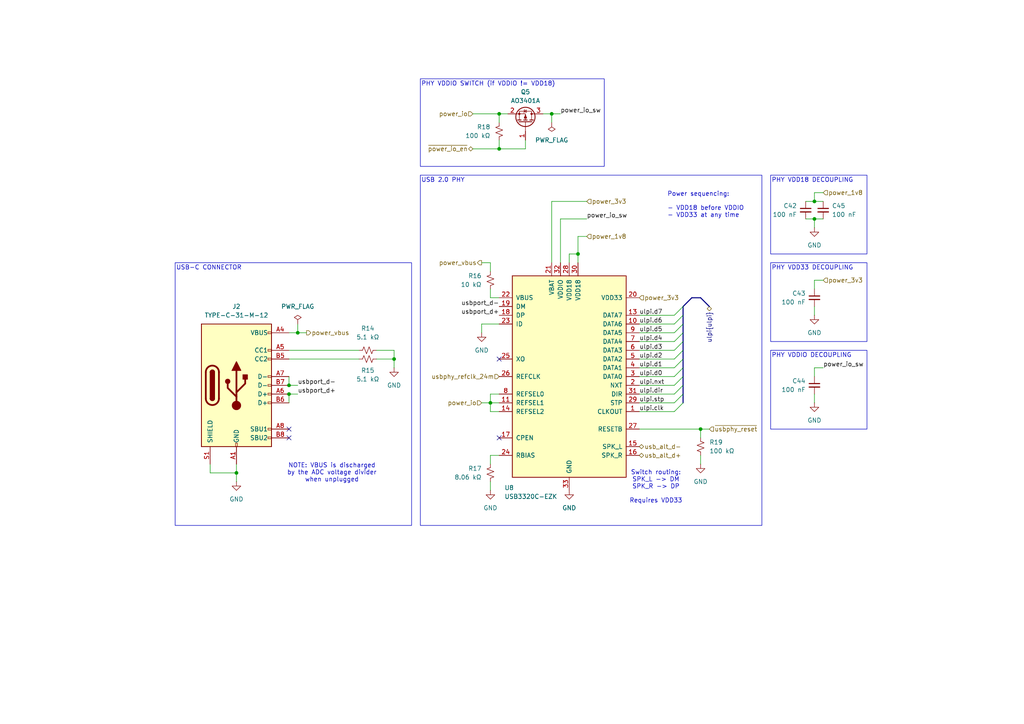
<source format=kicad_sch>
(kicad_sch (version 20250114) (generator "eeschema") (generator_version "9.0")
  (paper "A4")
  (title_block (title "USB 2.0 connector & HS PHY") (date "2024-11-14") (rev "Rev1.1") (comment 1 "Author: Aidan MacDonald") (comment 2 "Status: Development"))
  (lib_symbols
    (symbol "Connector:USB_C_Receptacle_USB2.0_16P" (pin_names (offset 1.016))
      (property "Reference" "J" (at 0 22.225 0))
      (property "Value" "USB_C_Receptacle_USB2.0_16P" (at 0 19.685 0))
      (symbol "USB_C_Receptacle_USB2.0_16P_0_0"
        (rectangle (start -0.254 -17.78) (end 0.254 -16.764))
        (rectangle (start 10.16 15.494) (end 9.144 14.986))
        (rectangle (start 10.16 10.414) (end 9.144 9.906))
        (rectangle (start 10.16 7.874) (end 9.144 7.366))
        (rectangle (start 10.16 2.794) (end 9.144 2.286))
        (rectangle (start 10.16 0.254) (end 9.144 -0.254))
        (rectangle (start 10.16 -2.286) (end 9.144 -2.794))
        (rectangle (start 10.16 -4.826) (end 9.144 -5.334))
        (rectangle (start 10.16 -12.446) (end 9.144 -12.954))
        (rectangle (start 10.16 -14.986) (end 9.144 -15.494))
      )
      (symbol "USB_C_Receptacle_USB2.0_16P_0_1"
        (rectangle (start -10.16 17.78) (end 10.16 -17.78) (stroke (width 0.254)) (fill (type background)))
        (polyline (pts (xy -8.89 -3.81) (xy -8.89 3.81)) (stroke (width 0.508)))
        (rectangle (start -7.62 -3.81) (end -6.35 3.81) (stroke (width 0.254)) (fill (type outline)))
        (arc (start -7.62 3.81) (mid -6.985 4.4423) (end -6.35 3.81) (stroke (width 0.254)))
        (arc (start -7.62 3.81) (mid -6.985 4.4423) (end -6.35 3.81) (stroke (width 0.254)) (fill (type outline)))
        (arc (start -8.89 3.81) (mid -6.985 5.7067) (end -5.08 3.81) (stroke (width 0.508)))
        (arc (start -5.08 -3.81) (mid -6.985 -5.7067) (end -8.89 -3.81) (stroke (width 0.508)))
        (arc (start -6.35 -3.81) (mid -6.985 -4.4423) (end -7.62 -3.81) (stroke (width 0.254)))
        (arc (start -6.35 -3.81) (mid -6.985 -4.4423) (end -7.62 -3.81) (stroke (width 0.254)) (fill (type outline)))
        (polyline (pts (xy -5.08 3.81) (xy -5.08 -3.81)) (stroke (width 0.508)))
        (circle (center -2.54 1.143) (radius 0.635) (stroke (width 0.254)) (fill (type outline)))
        (polyline (pts (xy -1.27 4.318) (xy 0 6.858) (xy 1.27 4.318) (xy -1.27 4.318)) (stroke (width 0.254)) (fill (type outline)))
        (polyline (pts (xy 0 -2.032) (xy 2.54 0.508) (xy 2.54 1.778)) (stroke (width 0.508)))
        (polyline (pts (xy 0 -3.302) (xy -2.54 -0.762) (xy -2.54 0.508)) (stroke (width 0.508)))
        (polyline (pts (xy 0 -5.842) (xy 0 4.318)) (stroke (width 0.508)))
        (circle (center 0 -5.842) (radius 1.27) (fill (type outline)))
        (rectangle (start 1.905 1.778) (end 3.175 3.048) (stroke (width 0.254)) (fill (type outline)))
      )
      (symbol "USB_C_Receptacle_USB2.0_16P_1_1"
        (pin passive line (at -7.62 -22.86 90) (length 5.08) (name "SHIELD") (number "S1"))
        (pin passive line (at 0 -22.86 90) (length 5.08) (name "GND") (number "A1"))
        (pin passive line (at 0 -22.86 90) (length 5.08) (hide yes) (name "GND") (number "A12"))
        (pin passive line (at 0 -22.86 90) (length 5.08) (hide yes) (name "GND") (number "B1"))
        (pin passive line (at 0 -22.86 90) (length 5.08) (hide yes) (name "GND") (number "B12"))
        (pin passive line (at 15.24 15.24 180) (length 5.08) (name "VBUS") (number "A4"))
        (pin passive line (at 15.24 15.24 180) (length 5.08) (hide yes) (name "VBUS") (number "A9"))
        (pin passive line (at 15.24 15.24 180) (length 5.08) (hide yes) (name "VBUS") (number "B4"))
        (pin passive line (at 15.24 15.24 180) (length 5.08) (hide yes) (name "VBUS") (number "B9"))
        (pin bidirectional line (at 15.24 10.16 180) (length 5.08) (name "CC1") (number "A5"))
        (pin bidirectional line (at 15.24 7.62 180) (length 5.08) (name "CC2") (number "B5"))
        (pin bidirectional line (at 15.24 2.54 180) (length 5.08) (name "D-") (number "A7"))
        (pin bidirectional line (at 15.24 0 180) (length 5.08) (name "D-") (number "B7"))
        (pin bidirectional line (at 15.24 -2.54 180) (length 5.08) (name "D+") (number "A6"))
        (pin bidirectional line (at 15.24 -5.08 180) (length 5.08) (name "D+") (number "B6"))
        (pin bidirectional line (at 15.24 -12.7 180) (length 5.08) (name "SBU1") (number "A8"))
        (pin bidirectional line (at 15.24 -15.24 180) (length 5.08) (name "SBU2") (number "B8"))
      )
    )
    (symbol "Device:C_Small" (pin_numbers (hide yes)) (pin_names (offset 0.254) (hide yes))
      (property "Reference" "C" (at 0.254 1.778 0))
      (property "Value" "C_Small" (at 0.254 -2.032 0))
      (symbol "C_Small_0_1"
        (polyline (pts (xy -1.524 0.508) (xy 1.524 0.508)) (stroke (width 0.3048)))
        (polyline (pts (xy -1.524 -0.508) (xy 1.524 -0.508)) (stroke (width 0.3302)))
      )
      (symbol "C_Small_1_1"
        (pin passive line (at 0 2.54 270) (length 2.032) (name "~") (number "1"))
        (pin passive line (at 0 -2.54 90) (length 2.032) (name "~") (number "2"))
      )
    )
    (symbol "Device:Q_PMOS_GSD" (pin_names (offset 0) (hide yes))
      (property "Reference" "Q" (at 5.08 1.27 0))
      (property "Value" "Q_PMOS_GSD" (at 5.08 -1.27 0))
      (symbol "Q_PMOS_GSD_0_1"
        (polyline (pts (xy 0.254 1.905) (xy 0.254 -1.905)) (stroke (width 0.254)))
        (polyline (pts (xy 0.254 0) (xy -2.54 0)))
        (polyline (pts (xy 0.762 2.286) (xy 0.762 1.27)) (stroke (width 0.254)))
        (polyline (pts (xy 0.762 1.778) (xy 3.302 1.778) (xy 3.302 -1.778) (xy 0.762 -1.778)))
        (polyline (pts (xy 0.762 0.508) (xy 0.762 -0.508)) (stroke (width 0.254)))
        (polyline (pts (xy 0.762 -1.27) (xy 0.762 -2.286)) (stroke (width 0.254)))
        (circle (center 1.651 0) (radius 2.794) (stroke (width 0.254)))
        (polyline (pts (xy 2.286 0) (xy 1.27 0.381) (xy 1.27 -0.381) (xy 2.286 0)) (fill (type outline)))
        (polyline (pts (xy 2.54 2.54) (xy 2.54 1.778)))
        (circle (center 2.54 1.778) (radius 0.254) (fill (type outline)))
        (circle (center 2.54 -1.778) (radius 0.254) (fill (type outline)))
        (polyline (pts (xy 2.54 -2.54) (xy 2.54 0) (xy 0.762 0)))
        (polyline (pts (xy 2.794 -0.508) (xy 2.921 -0.381) (xy 3.683 -0.381) (xy 3.81 -0.254)))
        (polyline (pts (xy 3.302 -0.381) (xy 2.921 0.254) (xy 3.683 0.254) (xy 3.302 -0.381)))
      )
      (symbol "Q_PMOS_GSD_1_1"
        (pin input line (at -5.08 0 0) (length 2.54) (name "G") (number "1"))
        (pin passive line (at 2.54 5.08 270) (length 2.54) (name "D") (number "3"))
        (pin passive line (at 2.54 -5.08 90) (length 2.54) (name "S") (number "2"))
      )
    )
    (symbol "Device:R_Small_US" (pin_numbers (hide yes)) (pin_names (offset 0.254) (hide yes))
      (property "Reference" "R" (at 0.762 0.508 0))
      (property "Value" "R_Small_US" (at 0.762 -1.016 0))
      (symbol "R_Small_US_1_1"
        (polyline (pts (xy 0 1.524) (xy 1.016 1.143) (xy 0 0.762) (xy -1.016 0.381) (xy 0 0)))
        (polyline (pts (xy 0 0) (xy 1.016 -0.381) (xy 0 -0.762) (xy -1.016 -1.143) (xy 0 -1.524)))
        (pin passive line (at 0 2.54 270) (length 1.016) (name "~") (number "1"))
        (pin passive line (at 0 -2.54 90) (length 1.016) (name "~") (number "2"))
      )
    )
    (symbol "echoplayer:USB3320C-EZK" (pin_names (offset 1.016))
      (property "Reference" "U8" (at -18.796 -32.258 0))
      (property "Value" "USB3320C-EZK" (at -18.796 -34.798 0))
      (symbol "USB3320C-EZK_0_1"
        (rectangle (start -16.51 29.21) (end 16.51 -29.21) (stroke (width 0.254)) (fill (type background)))
      )
      (symbol "USB3320C-EZK_1_1"
        (pin passive line (at -20.32 22.86 0) (length 3.81) (name "VBUS") (number "22"))
        (pin bidirectional line (at -20.32 20.32 0) (length 3.81) (name "DM") (number "19"))
        (pin bidirectional line (at -20.32 17.78 0) (length 3.81) (name "DP") (number "18"))
        (pin input line (at -20.32 15.24 0) (length 3.81) (name "ID") (number "23"))
        (pin output line (at -20.32 5.08 0) (length 3.81) (name "XO") (number "25"))
        (pin input line (at -20.32 0 0) (length 3.81) (name "REFCLK") (number "26"))
        (pin input line (at -20.32 -5.08 0) (length 3.81) (name "REFSEL0") (number "8"))
        (pin input line (at -20.32 -7.62 0) (length 3.81) (name "REFSEL1") (number "11"))
        (pin input line (at -20.32 -10.16 0) (length 3.81) (name "REFSEL2") (number "14"))
        (pin output line (at -20.32 -17.78 0) (length 3.81) (name "CPEN") (number "17"))
        (pin passive line (at -20.32 -22.86 0) (length 3.81) (name "RBIAS") (number "24"))
        (pin power_in line (at -5.08 33.02 270) (length 3.81) (name "VBAT") (number "21"))
        (pin power_in line (at -2.54 33.02 270) (length 3.81) (name "VDDIO") (number "32"))
        (pin no_connect line (at -2.54 -29.21 90) (length 3.81) (hide yes) (name "NC") (number "12"))
        (pin power_in line (at 0 33.02 270) (length 3.81) (name "VDD18") (number "28"))
        (pin power_in line (at 0 -33.02 90) (length 3.81) (name "GND") (number "33"))
        (pin power_in line (at 2.54 33.02 270) (length 3.81) (name "VDD18") (number "30"))
        (pin power_in line (at 20.32 22.86 180) (length 3.81) (name "VDD33") (number "20"))
        (pin bidirectional line (at 20.32 17.78 180) (length 3.81) (name "DATA7") (number "13"))
        (pin bidirectional line (at 20.32 15.24 180) (length 3.81) (name "DATA6") (number "10"))
        (pin bidirectional line (at 20.32 12.7 180) (length 3.81) (name "DATA5") (number "9"))
        (pin bidirectional line (at 20.32 10.16 180) (length 3.81) (name "DATA4") (number "7"))
        (pin bidirectional line (at 20.32 7.62 180) (length 3.81) (name "DATA3") (number "6"))
        (pin bidirectional line (at 20.32 5.08 180) (length 3.81) (name "DATA2") (number "5"))
        (pin bidirectional line (at 20.32 2.54 180) (length 3.81) (name "DATA1") (number "4"))
        (pin bidirectional line (at 20.32 0 180) (length 3.81) (name "DATA0") (number "3"))
        (pin output line (at 20.32 -2.54 180) (length 3.81) (name "NXT") (number "2"))
        (pin output line (at 20.32 -5.08 180) (length 3.81) (name "DIR") (number "31"))
        (pin input line (at 20.32 -7.62 180) (length 3.81) (name "STP") (number "29"))
        (pin output line (at 20.32 -10.16 180) (length 3.81) (name "CLKOUT") (number "1"))
        (pin input line (at 20.32 -15.24 180) (length 3.81) (name "RESETB") (number "27"))
        (pin passive line (at 20.32 -20.32 180) (length 3.81) (name "SPK_L") (number "15"))
        (pin passive line (at 20.32 -22.86 180) (length 3.81) (name "SPK_R") (number "16"))
      )
    )
    (symbol "power:GND" (power) (pin_numbers (hide yes)) (pin_names (offset 0) (hide yes))
      (property "Value" "GND" (at 0 -3.81 0))
      (symbol "GND_0_1"
        (polyline (pts (xy 0 0) (xy 0 -1.27) (xy 1.27 -1.27) (xy 0 -2.54) (xy -1.27 -1.27) (xy 0 -1.27)))
      )
      (symbol "GND_1_1"
        (pin power_in line (at 0 0 270) (length 0) (name "~") (number "1"))
      )
    )
    (symbol "power:PWR_FLAG" (power) (pin_numbers (hide yes)) (pin_names (offset 0) (hide yes))
      (property "Value" "PWR_FLAG" (at 0 3.81 0))
      (symbol "PWR_FLAG_0_0"
        (pin power_out line (at 0 0 90) (length 0) (name "~") (number "1"))
      )
      (symbol "PWR_FLAG_0_1"
        (polyline (pts (xy 0 0) (xy 0 1.27) (xy -1.016 1.905) (xy 0 2.54) (xy 1.016 1.905) (xy 0 1.27)))
      )
    )
  )
  (rectangle (start 121.92 50.8) (end 220.98 152.4))
  (rectangle (start 223.52 101.6) (end 251.46 124.46))
  (rectangle (start 223.52 76.2) (end 251.46 99.06))
  (rectangle (start 121.92 22.86) (end 175.26 48.26))
  (rectangle (start 223.52 50.8) (end 251.46 73.66))
  (rectangle (start 50.8 76.2) (end 119.38 152.4))
  (text "USB 2.0 PHY" (at 122.174 52.324 0) (effects (font (size 1.27 1.27)) (justify left)))
  (text "Switch routing:\nSPK_L -> DM\nSPK_R -> DP\n\nRequires VDD33" (at 190.246 141.224 0) (effects (font (size 1.27 1.27))))
  (text "NOTE: VBUS is discharged\nby the ADC voltage divider\nwhen unplugged" (at 96.266 137.16 0) (effects (font (size 1.27 1.27))))
  (text "USB-C CONNECTOR" (at 51.054 77.724 0) (effects (font (size 1.27 1.27)) (justify left)))
  (text "PHY VDDIO DECOUPLING" (at 223.774 103.124 0) (effects (font (size 1.27 1.27)) (justify left)))
  (text "PHY VDD33 DECOUPLING" (at 223.774 77.724 0) (effects (font (size 1.27 1.27)) (justify left)))
  (text "PHY VDD18 DECOUPLING" (at 223.774 52.324 0) (effects (font (size 1.27 1.27)) (justify left)))
  (text "Power sequencing:\n\n- VDD18 before VDDIO\n- VDD33 at any time" (at 193.548 59.436 0) (effects (font (size 1.27 1.27)) (justify left)))
  (text "PHY VDDIO SWITCH (if VDDIO != VDD18)" (at 122.174 24.384 0) (effects (font (size 1.27 1.27)) (justify left)))
  (junction (at 83.82 114.3))
  (junction (at 83.82 111.76))
  (junction (at 114.3 104.14))
  (junction (at 160.02 33.02))
  (junction (at 236.22 58.42))
  (junction (at 86.36 96.52))
  (junction (at 236.22 63.5))
  (junction (at 144.78 33.02))
  (junction (at 167.64 73.66))
  (junction (at 203.2 124.46))
  (junction (at 142.24 116.84))
  (junction (at 144.78 43.18))
  (junction (at 68.58 137.16))
  (no_connect (at 83.82 124.46))
  (no_connect (at 144.78 127))
  (no_connect (at 144.78 104.14))
  (no_connect (at 83.82 127))
  (bus_entry (at 195.58 116.84) (size 2.54 -2.54))
  (bus_entry (at 195.58 106.68) (size 2.54 -2.54))
  (bus_entry (at 195.58 93.98) (size 2.54 -2.54))
  (bus_entry (at 195.58 101.6) (size 2.54 -2.54))
  (bus_entry (at 195.58 119.38) (size 2.54 -2.54))
  (bus_entry (at 195.58 96.52) (size 2.54 -2.54))
  (bus_entry (at 195.58 114.3) (size 2.54 -2.54))
  (bus_entry (at 195.58 109.22) (size 2.54 -2.54))
  (bus_entry (at 195.58 111.76) (size 2.54 -2.54))
  (bus_entry (at 195.58 91.44) (size 2.54 -2.54))
  (bus_entry (at 195.58 104.14) (size 2.54 -2.54))
  (bus_entry (at 195.58 99.06) (size 2.54 -2.54))
  (bus (pts (xy 200.66 86.36) (xy 203.2 86.36)))
  (bus (pts (xy 198.12 111.76) (xy 198.12 114.3)))
  (wire (pts (xy 60.96 134.62) (xy 60.96 137.16)))
  (wire (pts (xy 144.78 93.98) (xy 139.7 93.98)))
  (wire (pts (xy 162.56 63.5) (xy 162.56 76.2)))
  (wire (pts (xy 236.22 58.42) (xy 238.76 58.42)))
  (wire (pts (xy 142.24 116.84) (xy 139.7 116.84)))
  (wire (pts (xy 195.58 109.22) (xy 185.42 109.22)))
  (wire (pts (xy 83.82 111.76) (xy 86.36 111.76)))
  (wire (pts (xy 142.24 139.7) (xy 142.24 142.24)))
  (wire (pts (xy 236.22 81.28) (xy 236.22 83.82)))
  (wire (pts (xy 152.4 40.64) (xy 152.4 43.18)))
  (wire (pts (xy 83.82 104.14) (xy 104.14 104.14)))
  (wire (pts (xy 195.58 111.76) (xy 185.42 111.76)))
  (wire (pts (xy 236.22 116.84) (xy 236.22 114.3)))
  (wire (pts (xy 195.58 114.3) (xy 185.42 114.3)))
  (wire (pts (xy 233.68 63.5) (xy 236.22 63.5)))
  (wire (pts (xy 205.74 124.46) (xy 203.2 124.46)))
  (bus (pts (xy 198.12 101.6) (xy 198.12 104.14)))
  (wire (pts (xy 162.56 63.5) (xy 170.18 63.5)))
  (wire (pts (xy 139.7 93.98) (xy 139.7 96.52)))
  (wire (pts (xy 165.1 73.66) (xy 165.1 76.2)))
  (wire (pts (xy 236.22 106.68) (xy 236.22 109.22)))
  (wire (pts (xy 109.22 101.6) (xy 114.3 101.6)))
  (wire (pts (xy 160.02 33.02) (xy 162.56 33.02)))
  (bus (pts (xy 198.12 93.98) (xy 198.12 96.52)))
  (bus (pts (xy 198.12 96.52) (xy 198.12 99.06)))
  (wire (pts (xy 160.02 58.42) (xy 160.02 76.2)))
  (wire (pts (xy 83.82 114.3) (xy 86.36 114.3)))
  (wire (pts (xy 144.78 86.36) (xy 142.24 86.36)))
  (wire (pts (xy 142.24 119.38) (xy 142.24 116.84)))
  (wire (pts (xy 142.24 78.74) (xy 142.24 76.2)))
  (bus (pts (xy 198.12 114.3) (xy 198.12 116.84)))
  (wire (pts (xy 236.22 63.5) (xy 238.76 63.5)))
  (wire (pts (xy 195.58 104.14) (xy 185.42 104.14)))
  (wire (pts (xy 195.58 106.68) (xy 185.42 106.68)))
  (wire (pts (xy 137.16 33.02) (xy 144.78 33.02)))
  (wire (pts (xy 160.02 33.02) (xy 160.02 35.56)))
  (wire (pts (xy 236.22 81.28) (xy 238.76 81.28)))
  (wire (pts (xy 68.58 137.16) (xy 68.58 139.7)))
  (wire (pts (xy 139.7 76.2) (xy 142.24 76.2)))
  (bus (pts (xy 198.12 91.44) (xy 198.12 93.98)))
  (wire (pts (xy 236.22 106.68) (xy 238.76 106.68)))
  (wire (pts (xy 142.24 114.3) (xy 142.24 116.84)))
  (bus (pts (xy 203.2 86.36) (xy 205.74 88.9)))
  (wire (pts (xy 233.68 58.42) (xy 236.22 58.42)))
  (wire (pts (xy 144.78 132.08) (xy 142.24 132.08)))
  (wire (pts (xy 142.24 116.84) (xy 144.78 116.84)))
  (wire (pts (xy 167.64 73.66) (xy 165.1 73.66)))
  (wire (pts (xy 86.36 93.98) (xy 86.36 96.52)))
  (wire (pts (xy 144.78 119.38) (xy 142.24 119.38)))
  (wire (pts (xy 142.24 83.82) (xy 142.24 86.36)))
  (wire (pts (xy 160.02 58.42) (xy 170.18 58.42)))
  (wire (pts (xy 144.78 43.18) (xy 137.16 43.18)))
  (wire (pts (xy 144.78 33.02) (xy 144.78 35.56)))
  (wire (pts (xy 195.58 96.52) (xy 185.42 96.52)))
  (wire (pts (xy 144.78 33.02) (xy 147.32 33.02)))
  (bus (pts (xy 198.12 88.9) (xy 200.66 86.36)))
  (wire (pts (xy 60.96 137.16) (xy 68.58 137.16)))
  (wire (pts (xy 203.2 132.08) (xy 203.2 134.62)))
  (wire (pts (xy 236.22 55.88) (xy 236.22 58.42)))
  (wire (pts (xy 114.3 104.14) (xy 109.22 104.14)))
  (wire (pts (xy 83.82 109.22) (xy 83.82 111.76)))
  (wire (pts (xy 83.82 101.6) (xy 104.14 101.6)))
  (wire (pts (xy 144.78 114.3) (xy 142.24 114.3)))
  (wire (pts (xy 195.58 119.38) (xy 185.42 119.38)))
  (wire (pts (xy 83.82 116.84) (xy 83.82 114.3)))
  (wire (pts (xy 167.64 68.58) (xy 170.18 68.58)))
  (wire (pts (xy 167.64 76.2) (xy 167.64 73.66)))
  (bus (pts (xy 198.12 88.9) (xy 198.12 91.44)))
  (wire (pts (xy 83.82 96.52) (xy 86.36 96.52)))
  (bus (pts (xy 198.12 99.06) (xy 198.12 101.6)))
  (wire (pts (xy 142.24 132.08) (xy 142.24 134.62)))
  (wire (pts (xy 195.58 91.44) (xy 185.42 91.44)))
  (wire (pts (xy 152.4 43.18) (xy 144.78 43.18)))
  (wire (pts (xy 203.2 124.46) (xy 203.2 127)))
  (wire (pts (xy 86.36 96.52) (xy 88.9 96.52)))
  (wire (pts (xy 236.22 91.44) (xy 236.22 88.9)))
  (wire (pts (xy 195.58 93.98) (xy 185.42 93.98)))
  (wire (pts (xy 114.3 101.6) (xy 114.3 104.14)))
  (wire (pts (xy 68.58 134.62) (xy 68.58 137.16)))
  (wire (pts (xy 167.64 73.66) (xy 167.64 68.58)))
  (wire (pts (xy 236.22 66.04) (xy 236.22 63.5)))
  (wire (pts (xy 144.78 40.64) (xy 144.78 43.18)))
  (wire (pts (xy 203.2 124.46) (xy 185.42 124.46)))
  (bus (pts (xy 198.12 109.22) (xy 198.12 111.76)))
  (wire (pts (xy 236.22 55.88) (xy 238.76 55.88)))
  (wire (pts (xy 195.58 101.6) (xy 185.42 101.6)))
  (bus (pts (xy 198.12 104.14) (xy 198.12 106.68)))
  (wire (pts (xy 195.58 116.84) (xy 185.42 116.84)))
  (wire (pts (xy 157.48 33.02) (xy 160.02 33.02)))
  (wire (pts (xy 195.58 99.06) (xy 185.42 99.06)))
  (bus (pts (xy 198.12 106.68) (xy 198.12 109.22)))
  (wire (pts (xy 114.3 106.68) (xy 114.3 104.14)))
  (label "ulpi.d2" (at 185.42 104.14 0))
  (label "ulpi.clk" (at 185.42 119.38 0))
  (label "ulpi.d6" (at 185.42 93.98 0))
  (label "usbport_d-" (at 144.78 88.9 180))
  (label "power_io_sw" (at 162.56 33.02 0))
  (label "power_io_sw" (at 170.18 63.5 0))
  (label "ulpi.d3" (at 185.42 101.6 0))
  (label "ulpi.d1" (at 185.42 106.68 0))
  (label "usbport_d+" (at 86.36 114.3 0))
  (label "ulpi.d0" (at 185.42 109.22 0))
  (label "ulpi.d4" (at 185.42 99.06 0))
  (label "ulpi.dir" (at 185.42 114.3 0))
  (label "ulpi.d5" (at 185.42 96.52 0))
  (label "ulpi.nxt" (at 185.42 111.76 0))
  (label "ulpi.d7" (at 185.42 91.44 0))
  (label "usbport_d+" (at 144.78 91.44 180))
  (label "ulpi.stp" (at 185.42 116.84 0))
  (label "power_io_sw" (at 238.76 106.68 0))
  (label "usbport_d-" (at 86.36 111.76 0))
  (hierarchical_label "power_1v8" (shape input) (at 238.76 55.88 0))
  (hierarchical_label "power_io" (shape input) (at 137.16 33.02 180))
  (hierarchical_label "~{usbphy_reset}" (shape input) (at 205.74 124.46 0))
  (hierarchical_label "usbphy_refclk_24m" (shape input) (at 144.78 109.22 180))
  (hierarchical_label "~{power_io_en}" (shape tri_state) (at 137.16 43.18 180))
  (hierarchical_label "usb_alt_d+" (shape bidirectional) (at 185.42 132.08 0))
  (hierarchical_label "ulpi{ulpi}" (shape bidirectional) (at 205.74 88.9 270))
  (hierarchical_label "power_1v8" (shape input) (at 170.18 68.58 0))
  (hierarchical_label "power_3v3" (shape input) (at 170.18 58.42 0))
  (hierarchical_label "usb_alt_d-" (shape bidirectional) (at 185.42 129.54 0))
  (hierarchical_label "power_3v3" (shape input) (at 238.76 81.28 0))
  (hierarchical_label "power_3v3" (shape input) (at 185.42 86.36 0))
  (hierarchical_label "power_vbus" (shape output) (at 139.7 76.2 180))
  (hierarchical_label "power_io" (shape input) (at 139.7 116.84 180))
  (hierarchical_label "power_vbus" (shape output) (at 88.9 96.52 0))
  (symbol (lib_id "Device:R_Small_US") (at 142.24 81.28 0) (mirror x) (unit 1)
    (property "Reference" "R16" (at 139.7 80.0099 0) (effects (justify right)))
    (property "Value" "10 kΩ" (at 139.7 82.5499 0) (effects (justify right)))
    (property "Footprint" "Resistor_SMD:R_0402_1005Metric" (effects (hide yes)))
    (property "Description" "Resistor, small US symbol" (effects (hide yes)))
    (property "LCSC#" "C60490" (effects (hide yes)))
  )
  (symbol (lib_id "Device:R_Small_US") (at 106.68 101.6 90) (unit 1)
    (property "Reference" "R14" (at 106.68 95.25 90))
    (property "Value" "5.1 kΩ" (at 106.68 97.79 90))
    (property "Footprint" "Resistor_SMD:R_0402_1005Metric" (effects (hide yes)))
    (property "Description" "Resistor, small US symbol" (effects (hide yes)))
    (property "LCSC#" "C25905" (effects (hide yes)))
  )
  (symbol (lib_id "Device:R_Small_US") (at 203.2 129.54 0) (unit 1)
    (property "Reference" "R19" (at 205.74 128.2699 0) (effects (justify left)))
    (property "Value" "100 kΩ" (at 205.74 130.8099 0) (effects (justify left)))
    (property "Footprint" "Resistor_SMD:R_0402_1005Metric" (effects (hide yes)))
    (property "Description" "Resistor, small US symbol" (effects (hide yes)))
    (property "LCSC#" "C60491" (effects (hide yes)))
  )
  (symbol (lib_id "echoplayer:USB3320C-EZK") (at 165.1 109.22 0) (unit 1)
    (property "Reference" "U8" (at 146.304 141.478 0) (effects (justify left)))
    (property "Value" "USB3320C-EZK" (at 146.304 144.018 0) (effects (justify left)))
    (property "Footprint" "Package_DFN_QFN:QFN-32-1EP_5x5mm_P0.5mm_EP3.1x3.1mm_ThermalVias" (effects (hide yes)))
    (property "Datasheet" "https://ww1.microchip.com/downloads/aemDocuments/documents/UNG/ProductDocuments/DataSheets/USB3320-Data-Sheet-DS00001792.pdf" (effects (hide yes)))
    (property "Description" "Hi-Speed USB Host, Device or OTG PHY with ULPI Interface" (effects (hide yes)))
    (property "LCSC#" "C132156" (effects (hide yes)))
  )
  (symbol (lib_id "power:GND") (at 236.22 91.44 0) (unit 1)
    (property "Reference" "#PWR038" (effects (hide yes)))
    (property "Value" "GND" (at 236.22 96.52 0))
    (property "Description" "Power symbol creates a global label with name \"GND\" , ground" (effects (hide yes)))
  )
  (symbol (lib_id "Device:C_Small") (at 236.22 86.36 0) (mirror y) (unit 1)
    (property "Reference" "C43" (at 233.68 85.0962 0) (effects (justify left)))
    (property "Value" "100 nF" (at 233.68 87.6362 0) (effects (justify left)))
    (property "Footprint" "Capacitor_SMD:C_0402_1005Metric" (effects (hide yes)))
    (property "Description" "Unpolarized capacitor, small symbol" (effects (hide yes)))
    (property "LCSC#" "C77020" (effects (hide yes)))
  )
  (symbol (lib_id "power:GND") (at 114.3 106.68 0) (unit 1)
    (property "Reference" "#PWR032" (effects (hide yes)))
    (property "Value" "GND" (at 114.3 111.76 0))
    (property "Description" "Power symbol creates a global label with name \"GND\" , ground" (effects (hide yes)))
  )
  (symbol (lib_id "Device:R_Small_US") (at 106.68 104.14 90) (unit 1)
    (property "Reference" "R15" (at 106.68 107.442 90))
    (property "Value" "5.1 kΩ" (at 106.68 109.982 90))
    (property "Footprint" "Resistor_SMD:R_0402_1005Metric" (effects (hide yes)))
    (property "Description" "Resistor, small US symbol" (effects (hide yes)))
    (property "LCSC#" "C25905" (effects (hide yes)))
  )
  (symbol (lib_id "Device:C_Small") (at 238.76 60.96 0) (unit 1)
    (property "Reference" "C45" (at 241.3 59.6962 0) (effects (justify left)))
    (property "Value" "100 nF" (at 241.3 62.2362 0) (effects (justify left)))
    (property "Footprint" "Capacitor_SMD:C_0402_1005Metric" (effects (hide yes)))
    (property "Description" "Unpolarized capacitor, small symbol" (effects (hide yes)))
    (property "LCSC#" "C77020" (effects (hide yes)))
  )
  (symbol (lib_id "Device:C_Small") (at 233.68 60.96 0) (mirror y) (unit 1)
    (property "Reference" "C42" (at 231.14 59.6962 0) (effects (justify left)))
    (property "Value" "100 nF" (at 231.14 62.2362 0) (effects (justify left)))
    (property "Footprint" "Capacitor_SMD:C_0402_1005Metric" (effects (hide yes)))
    (property "Description" "Unpolarized capacitor, small symbol" (effects (hide yes)))
    (property "LCSC#" "C77020" (effects (hide yes)))
  )
  (symbol (lib_id "power:GND") (at 236.22 116.84 0) (unit 1)
    (property "Reference" "#PWR039" (effects (hide yes)))
    (property "Value" "GND" (at 236.22 121.92 0))
    (property "Description" "Power symbol creates a global label with name \"GND\" , ground" (effects (hide yes)))
  )
  (symbol (lib_id "Device:R_Small_US") (at 142.24 137.16 0) (mirror x) (unit 1)
    (property "Reference" "R17" (at 139.7 135.8899 0) (effects (justify right)))
    (property "Value" "8.06 kΩ" (at 139.7 138.4299 0) (effects (justify right)))
    (property "Footprint" "Resistor_SMD:R_0402_1005Metric" (effects (hide yes)))
    (property "Description" "Resistor, small US symbol" (effects (hide yes)))
    (property "LCSC#" "C276278" (effects (hide yes)))
  )
  (symbol (lib_id "Device:Q_PMOS_GSD") (at 152.4 35.56 270) (mirror x) (unit 1)
    (property "Reference" "Q5" (at 152.4 26.67 90))
    (property "Value" "AO3401A" (at 152.4 29.21 90))
    (property "Footprint" "Package_TO_SOT_SMD:SOT-23" (effects (hide yes)))
    (property "Datasheet" "https://www.lcsc.com/datasheet/lcsc_datasheet_2311091734_UMW-Youtai-Semiconductor-Co---Ltd--AO3401A_C347476.pdf" (effects (hide yes)))
    (property "Description" "P-MOSFET transistor, gate/source/drain" (effects (hide yes)))
    (property "LCSC#" "C347476" (effects (hide yes)))
  )
  (symbol (lib_id "power:PWR_FLAG") (at 86.36 93.98 0) (unit 1)
    (property "Reference" "#FLG03" (effects (hide yes)))
    (property "Value" "PWR_FLAG" (at 86.36 88.9 0))
    (property "Description" "Special symbol for telling ERC where power comes from" (effects (hide yes)))
  )
  (symbol (lib_id "power:PWR_FLAG") (at 160.02 35.56 180) (unit 1)
    (property "Reference" "#FLG04" (effects (hide yes)))
    (property "Value" "PWR_FLAG" (at 160.02 40.64 0))
    (property "Description" "Special symbol for telling ERC where power comes from" (effects (hide yes)))
  )
  (symbol (lib_id "power:GND") (at 142.24 142.24 0) (unit 1)
    (property "Reference" "#PWR034" (effects (hide yes)))
    (property "Value" "GND" (at 142.24 147.32 0))
    (property "Description" "Power symbol creates a global label with name \"GND\" , ground" (effects (hide yes)))
  )
  (symbol (lib_id "power:GND") (at 68.58 139.7 0) (unit 1)
    (property "Reference" "#PWR030" (effects (hide yes)))
    (property "Value" "GND" (at 68.58 144.78 0))
    (property "Description" "Power symbol creates a global label with name \"GND\" , ground" (effects (hide yes)))
  )
  (symbol (lib_id "power:GND") (at 139.7 96.52 0) (unit 1)
    (property "Reference" "#PWR033" (effects (hide yes)))
    (property "Value" "GND" (at 139.7 101.6 0))
    (property "Description" "Power symbol creates a global label with name \"GND\" , ground" (effects (hide yes)))
  )
  (symbol (lib_id "Device:C_Small") (at 236.22 111.76 0) (mirror y) (unit 1)
    (property "Reference" "C44" (at 233.68 110.4962 0) (effects (justify left)))
    (property "Value" "100 nF" (at 233.68 113.0362 0) (effects (justify left)))
    (property "Footprint" "Capacitor_SMD:C_0402_1005Metric" (effects (hide yes)))
    (property "Description" "Unpolarized capacitor, small symbol" (effects (hide yes)))
    (property "LCSC#" "C77020" (effects (hide yes)))
  )
  (symbol (lib_id "power:GND") (at 236.22 66.04 0) (unit 1)
    (property "Reference" "#PWR037" (effects (hide yes)))
    (property "Value" "GND" (at 236.22 71.12 0))
    (property "Description" "Power symbol creates a global label with name \"GND\" , ground" (effects (hide yes)))
  )
  (symbol (lib_id "Device:R_Small_US") (at 144.78 38.1 0) (mirror y) (unit 1)
    (property "Reference" "R18" (at 142.24 36.8299 0) (effects (justify left)))
    (property "Value" "100 kΩ" (at 142.24 39.3699 0) (effects (justify left)))
    (property "Footprint" "Resistor_SMD:R_0402_1005Metric" (effects (hide yes)))
    (property "Description" "Resistor, small US symbol" (effects (hide yes)))
    (property "LCSC#" "C60491" (effects (hide yes)))
  )
  (symbol (lib_id "power:GND") (at 165.1 142.24 0) (unit 1)
    (property "Reference" "#PWR035" (effects (hide yes)))
    (property "Value" "GND" (at 165.1 147.32 0))
    (property "Description" "Power symbol creates a global label with name \"GND\" , ground" (effects (hide yes)))
  )
  (symbol (lib_id "Connector:USB_C_Receptacle_USB2.0_16P") (at 68.58 111.76 0) (unit 1)
    (property "Reference" "J2" (at 68.58 88.9 0))
    (property "Value" "TYPE-C-31-M-12" (at 68.58 91.44 0))
    (property "Footprint" "echoplayer:USB_C-Hroparts-TYPE-C-31-M-12" (effects (hide yes)))
    (property "Datasheet" "https://www.lcsc.com/datasheet/lcsc_datasheet_2410010003_Korean-Hroparts-Elec-TYPE-C-31-M-12_C165948.pdf" (effects (hide yes)))
    (property "Description" "USB 2.0-only 16P Type-C Receptacle connector" (effects (hide yes)))
    (property "LCSC#" "C165948" (effects (hide yes)))
  )
  (symbol (lib_id "power:GND") (at 203.2 134.62 0) (unit 1)
    (property "Reference" "#PWR036" (effects (hide yes)))
    (property "Value" "GND" (at 203.2 139.7 0))
    (property "Description" "Power symbol creates a global label with name \"GND\" , ground" (effects (hide yes)))
  )
)
</source>
